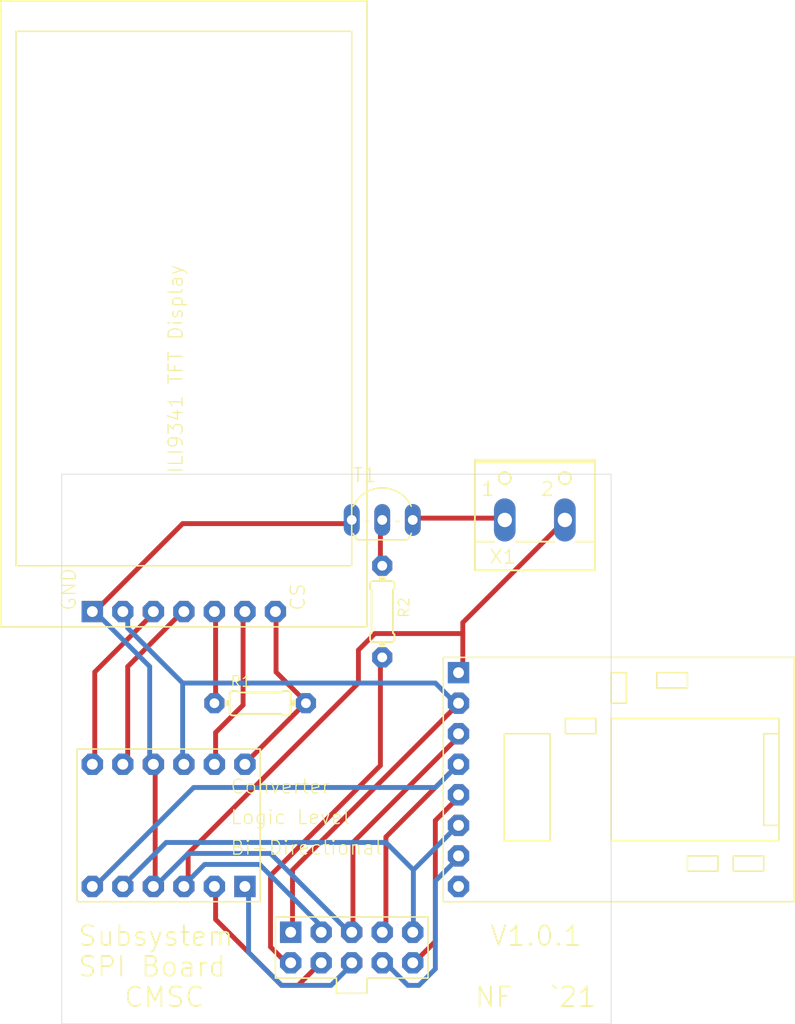
<source format=kicad_pcb>
(kicad_pcb (version 20240108) (generator "pcbnew") (generator_version "8.0")
  (layers (0 "F.Cu" signal) (31 "B.Cu" signal) (34 "B.Paste" user) (35 "F.Paste" user) (36 "B.SilkS" user "B.Silkscreen") (37 "F.SilkS" user "F.Silkscreen") (38 "B.Mask" user) (39 "F.Mask" user) (44 "Edge.Cuts" user))
  (net 0 "")
  (net 1 "N$1")
  (net 2 "GND")
  (net 3 "+5V")
  (net 4 "+3V3")
  (net 5 "TFT_RST")
  (net 6 "N$2")
  (net 7 "N$3")
  (net 8 "N$4")
  (net 9 "N$5")
  (net 10 "SCK")
  (net 11 "SDI")
  (net 12 "DC")
  (net 13 "TFT_CS")
  (net 14 "SDO")
  (net 15 "SD_CS")
  (net 16 "N$6")
  (net 17 "SPKR")
  (footprint "Main:TO92-EBC-OVAL_420" (layer "F.Cu") (at 152.3111 84.6836)
    (property "Reference" "T1" (at -2.54 -1.778 0) (layer "F.SilkS") (effects (font (size 1.1557 1.1557) (thickness 0.1143)) (justify left bottom)))
    (property "Value" "2N2222")
    (fp_line (start -2.095 2.921) (end 2.095 2.921) (stroke (width 0.127)) (layer "F.SilkS"))
    (fp_line (start -1.136 1.397) (end -1.404 1.397) (stroke (width 0.127)) (layer "F.SilkS"))
    (fp_line (start 1.404 1.397) (end 1.136 1.397) (stroke (width 0.127)) (layer "F.SilkS"))
    (fp_arc (start -2.413 0.1341) (mid 0 -1.39699) (end 2.413 0.1341) (stroke (width 0.127)) (layer "F.SilkS"))
    (fp_arc (start -2.095 2.921) (mid -2.268918 2.67252) (end -2.4135 2.4059) (stroke (width 0.127)) (layer "F.SilkS"))
    (fp_arc (start 2.4247 2.3818) (mid 2.275878 2.661201) (end 2.095 2.921) (stroke (width 0.127)) (layer "F.SilkS"))
    (pad "B" thru_hole oval (at 0 1.27 90) (size 2.6416 1.3208) (drill 0.8128) (layers "*.Cu" "*.Mask") (net 16 "N$6"))
    (pad "C" thru_hole oval (at 2.54 1.27 90) (size 2.6416 1.3208) (drill 0.8128) (layers "*.Cu" "*.Mask") (net 1 "N$1"))
    (pad "E" thru_hole oval (at -2.54 1.27 90) (size 2.6416 1.3208) (drill 0.8128) (layers "*.Cu" "*.Mask") (net 2 "GND"))
  )
  (footprint "Main:BI_DIRECTIONAL_LOGIC_LEVEL_CONVERTER" (layer "F.Cu") (at 134.5311 111.3536 180)
    (property "Reference" "U$2" (hide yes))
    (property "Value" "BI_DIRECTIONAL_LOGIC_LEVEL_CONVERTER" (hide yes))
    (fp_line (start 7.62 6.35) (end 7.62 -6.35) (stroke (width 0.127)) (layer "F.SilkS"))
    (fp_line (start 7.62 -6.35) (end -7.62 -6.35) (stroke (width 0.127)) (layer "F.SilkS"))
    (fp_line (start -7.62 6.35) (end 7.62 6.35) (stroke (width 0.127)) (layer "F.SilkS"))
    (fp_line (start -7.62 -6.35) (end -7.62 6.35) (stroke (width 0.127)) (layer "F.SilkS"))
    (fp_text user "Converter" (at -5.08 2.54 180) (layer "F.SilkS") (effects (font (size 1.1684 1.1684) (thickness 0.1016)) (justify left bottom)))
    (fp_text user "Logic Level" (at -5.08 0 180) (layer "F.SilkS") (effects (font (size 1.1684 1.1684) (thickness 0.1016)) (justify left bottom)))
    (fp_text user "Bi-Directional" (at -5.08 -2.54 180) (layer "F.SilkS") (effects (font (size 1.1684 1.1684) (thickness 0.1016)) (justify left bottom)))
    (pad "GND1" thru_hole roundrect (at 1.27 -5.08 180) (size 1.778 1.778) (drill 0.9) (layers "*.Cu" "*.Mask") (chamfer_ratio 0.2928932188) (chamfer top_left top_right bottom_left bottom_right) (net 2 "GND"))
    (pad "GND2" thru_hole roundrect (at 1.27 5.08 180) (size 1.778 1.778) (drill 0.9) (layers "*.Cu" "*.Mask") (chamfer_ratio 0.2928932188) (chamfer top_left top_right bottom_left bottom_right) (net 2 "GND"))
    (pad "HV" thru_hole roundrect (at -1.27 -5.08 180) (size 1.778 1.778) (drill 0.9) (layers "*.Cu" "*.Mask") (chamfer_ratio 0.2928932188) (chamfer top_left top_right bottom_left bottom_right) (net 3 "+5V"))
    (pad "HV1" thru_hole rect (at -6.35 -5.08 180) (size 1.778 1.778) (drill 0.9) (layers "*.Cu" "*.Mask") (net 13 "TFT_CS"))
    (pad "HV2" thru_hole roundrect (at -3.81 -5.08 180) (size 1.778 1.778) (drill 0.9) (layers "*.Cu" "*.Mask") (chamfer_ratio 0.2928932188) (chamfer top_left top_right bottom_left bottom_right) (net 12 "DC"))
    (pad "HV3" thru_hole roundrect (at 3.81 -5.08 180) (size 1.778 1.778) (drill 0.9) (layers "*.Cu" "*.Mask") (chamfer_ratio 0.2928932188) (chamfer top_left top_right bottom_left bottom_right) (net 11 "SDI"))
    (pad "HV4" thru_hole roundrect (at 6.35 -5.08 180) (size 1.778 1.778) (drill 0.9) (layers "*.Cu" "*.Mask") (chamfer_ratio 0.2928932188) (chamfer top_left top_right bottom_left bottom_right) (net 10 "SCK"))
    (pad "LV" thru_hole roundrect (at -1.27 5.08 180) (size 1.778 1.778) (drill 0.9) (layers "*.Cu" "*.Mask") (chamfer_ratio 0.2928932188) (chamfer top_left top_right bottom_left bottom_right) (net 4 "+3V3"))
    (pad "LV1" thru_hole roundrect (at -6.35 5.08 180) (size 1.778 1.778) (drill 0.9) (layers "*.Cu" "*.Mask") (chamfer_ratio 0.2928932188) (chamfer top_left top_right bottom_left bottom_right) (net 9 "N$5"))
    (pad "LV2" thru_hole roundrect (at -3.81 5.08 180) (size 1.778 1.778) (drill 0.9) (layers "*.Cu" "*.Mask") (chamfer_ratio 0.2928932188) (chamfer top_left top_right bottom_left bottom_right) (net 8 "N$4"))
    (pad "LV3" thru_hole roundrect (at 3.81 5.08 180) (size 1.778 1.778) (drill 0.9) (layers "*.Cu" "*.Mask") (chamfer_ratio 0.2928932188) (chamfer top_left top_right bottom_left bottom_right) (net 7 "N$3"))
    (pad "LV4" thru_hole roundrect (at 6.35 5.08 180) (size 1.778 1.778) (drill 0.9) (layers "*.Cu" "*.Mask") (chamfer_ratio 0.2928932188) (chamfer top_left top_right bottom_left bottom_right) (net 6 "N$2"))
  )
  (footprint "Main:SD_CARD_READER" (layer "F.Cu") (at 158.6611 107.5436 -90)
    (property "Reference" "U$3" (hide yes))
    (property "Value" "SD_CARD_READER" (hide yes))
    (fp_line (start -10.16 1.27) (end 10.16 1.27) (stroke (width 0.127)) (layer "F.SilkS"))
    (fp_line (start 10.16 1.27) (end 10.16 -27.94) (stroke (width 0.127)) (layer "F.SilkS"))
    (fp_line (start -3.81 -3.81) (end 5.08 -3.81) (stroke (width 0.127)) (layer "F.SilkS"))
    (fp_line (start 5.08 -3.81) (end 5.08 -7.62) (stroke (width 0.127)) (layer "F.SilkS"))
    (fp_line (start -3.81 -7.62) (end -3.81 -3.81) (stroke (width 0.127)) (layer "F.SilkS"))
    (fp_line (start 5.08 -7.62) (end -3.81 -7.62) (stroke (width 0.127)) (layer "F.SilkS"))
    (fp_line (start -5.08 -8.89) (end -3.81 -8.89) (stroke (width 0.127)) (layer "F.SilkS"))
    (fp_line (start -3.81 -8.89) (end -3.81 -11.43) (stroke (width 0.127)) (layer "F.SilkS"))
    (fp_line (start -5.08 -11.43) (end -5.08 -8.89) (stroke (width 0.127)) (layer "F.SilkS"))
    (fp_line (start -3.81 -11.43) (end -5.08 -11.43) (stroke (width 0.127)) (layer "F.SilkS"))
    (fp_line (start -8.89 -12.7) (end -6.35 -12.7) (stroke (width 0.127)) (layer "F.SilkS"))
    (fp_line (start -6.35 -12.7) (end -6.35 -13.97) (stroke (width 0.127)) (layer "F.SilkS"))
    (fp_line (start -5.08 -12.7) (end 5.08 -12.7) (stroke (width 0.127)) (layer "F.SilkS"))
    (fp_line (start 5.08 -12.7) (end 5.08 -26.67) (stroke (width 0.127)) (layer "F.SilkS"))
    (fp_line (start -8.89 -13.97) (end -8.89 -12.7) (stroke (width 0.127)) (layer "F.SilkS"))
    (fp_line (start -6.35 -13.97) (end -8.89 -13.97) (stroke (width 0.127)) (layer "F.SilkS"))
    (fp_line (start -8.89 -16.51) (end -8.89 -19.05) (stroke (width 0.127)) (layer "F.SilkS"))
    (fp_line (start -7.62 -16.51) (end -8.89 -16.51) (stroke (width 0.127)) (layer "F.SilkS"))
    (fp_line (start -8.89 -19.05) (end -7.62 -19.05) (stroke (width 0.127)) (layer "F.SilkS"))
    (fp_line (start -7.62 -19.05) (end -7.62 -16.51) (stroke (width 0.127)) (layer "F.SilkS"))
    (fp_line (start 6.35 -19.05) (end 7.62 -19.05) (stroke (width 0.127)) (layer "F.SilkS"))
    (fp_line (start 7.62 -19.05) (end 7.62 -21.59) (stroke (width 0.127)) (layer "F.SilkS"))
    (fp_line (start 6.35 -21.59) (end 6.35 -19.05) (stroke (width 0.127)) (layer "F.SilkS"))
    (fp_line (start 7.62 -21.59) (end 6.35 -21.59) (stroke (width 0.127)) (layer "F.SilkS"))
    (fp_line (start 6.35 -22.86) (end 6.35 -25.4) (stroke (width 0.127)) (layer "F.SilkS"))
    (fp_line (start 7.62 -22.86) (end 6.35 -22.86) (stroke (width 0.127)) (layer "F.SilkS"))
    (fp_line (start -3.81 -25.4) (end 3.81 -25.4) (stroke (width 0.127)) (layer "F.SilkS"))
    (fp_line (start 3.81 -25.4) (end 3.81 -26.67) (stroke (width 0.127)) (layer "F.SilkS"))
    (fp_line (start 6.35 -25.4) (end 7.62 -25.4) (stroke (width 0.127)) (layer "F.SilkS"))
    (fp_line (start 7.62 -25.4) (end 7.62 -22.86) (stroke (width 0.127)) (layer "F.SilkS"))
    (fp_line (start -5.08 -26.67) (end -5.08 -12.7) (stroke (width 0.127)) (layer "F.SilkS"))
    (fp_line (start -3.81 -26.67) (end -3.81 -25.4) (stroke (width 0.127)) (layer "F.SilkS"))
    (fp_line (start -3.81 -26.67) (end -5.08 -26.67) (stroke (width 0.127)) (layer "F.SilkS"))
    (fp_line (start 3.81 -26.67) (end -3.81 -26.67) (stroke (width 0.127)) (layer "F.SilkS"))
    (fp_line (start 5.08 -26.67) (end 3.81 -26.67) (stroke (width 0.127)) (layer "F.SilkS"))
    (fp_line (start -10.16 -27.94) (end -10.16 1.27) (stroke (width 0.127)) (layer "F.SilkS"))
    (fp_line (start 10.16 -27.94) (end -10.16 -27.94) (stroke (width 0.127)) (layer "F.SilkS"))
    (pad "3V" thru_hole roundrect (at -6.35 0 270) (size 1.778 1.778) (drill 0.9) (layers "*.Cu" "*.Mask") (chamfer_ratio 0.2928932188) (chamfer top_left top_right bottom_left bottom_right) (net 4 "+3V3"))
    (pad "5V" thru_hole rect (at -8.89 0 270) (size 1.778 1.778) (drill 0.9) (layers "*.Cu" "*.Mask") (net 3 "+5V"))
    (pad "CD" thru_hole roundrect (at 8.89 0 270) (size 1.778 1.778) (drill 0.9) (layers "*.Cu" "*.Mask") (chamfer_ratio 0.2928932188) (chamfer top_left top_right bottom_left bottom_right))
    (pad "CLK" thru_hole roundrect (at -1.27 0 270) (size 1.778 1.778) (drill 0.9) (layers "*.Cu" "*.Mask") (chamfer_ratio 0.2928932188) (chamfer top_left top_right bottom_left bottom_right) (net 10 "SCK"))
    (pad "CS" thru_hole roundrect (at 6.35 0 270) (size 1.778 1.778) (drill 0.9) (layers "*.Cu" "*.Mask") (chamfer_ratio 0.2928932188) (chamfer top_left top_right bottom_left bottom_right) (net 15 "SD_CS"))
    (pad "DI" thru_hole roundrect (at 3.81 0 270) (size 1.778 1.778) (drill 0.9) (layers "*.Cu" "*.Mask") (chamfer_ratio 0.2928932188) (chamfer top_left top_right bottom_left bottom_right) (net 11 "SDI"))
    (pad "DO" thru_hole roundrect (at 1.27 0 270) (size 1.778 1.778) (drill 0.9) (layers "*.Cu" "*.Mask") (chamfer_ratio 0.2928932188) (chamfer top_left top_right bottom_left bottom_right) (net 14 "SDO"))
    (pad "GND" thru_hole roundrect (at -3.81 0 270) (size 1.778 1.778) (drill 0.9) (layers "*.Cu" "*.Mask") (chamfer_ratio 0.2928932188) (chamfer top_left top_right bottom_left bottom_right) (net 2 "GND"))
  )
  (footprint "Main:W237-102_195" (layer "F.Cu") (at 165.0111 84.6836)
    (property "Reference" "X1" (at -3.8462 5.0038 0) (layer "F.SilkS") (effects (font (size 1.1557 1.1557) (thickness 0.1143)) (justify left bottom)))
    (property "Value" "")
    (fp_line (start -4.989 -3.531) (end -4.989 -3.734) (stroke (width 0.1524)) (layer "F.SilkS"))
    (fp_line (start -4.989 -3.531) (end 4.993 -3.531) (stroke (width 0.1524)) (layer "F.SilkS"))
    (fp_line (start -4.989 3.073) (end -4.989 -3.531) (stroke (width 0.1524)) (layer "F.SilkS"))
    (fp_line (start -4.989 3.073) (end -3.389 3.073) (stroke (width 0.1524)) (layer "F.SilkS"))
    (fp_line (start -4.989 5.461) (end -4.989 3.073) (stroke (width 0.1524)) (layer "F.SilkS"))
    (fp_line (start -4.989 5.461) (end 4.993 5.461) (stroke (width 0.1524)) (layer "F.SilkS"))
    (fp_line (start -1.611 3.073) (end 1.615 3.073) (stroke (width 0.1524)) (layer "F.SilkS"))
    (fp_line (start 3.393 3.073) (end 4.993 3.073) (stroke (width 0.1524)) (layer "F.SilkS"))
    (fp_line (start 4.993 -3.734) (end -4.989 -3.734) (stroke (width 0.1524)) (layer "F.SilkS"))
    (fp_line (start 4.993 -3.734) (end 4.993 -3.531) (stroke (width 0.1524)) (layer "F.SilkS"))
    (fp_line (start 4.993 -3.531) (end 4.993 3.073) (stroke (width 0.1524)) (layer "F.SilkS"))
    (fp_line (start 4.993 3.073) (end 4.993 5.461) (stroke (width 0.1524)) (layer "F.SilkS"))
    (fp_circle (center -2.5 -2.2098) (end -1.992 -2.2098) (stroke (width 0.1524)) (fill none) (layer "F.SilkS"))
    (fp_circle (center 2.5038 -2.2098) (end 3.0118 -2.2098) (stroke (width 0.1524)) (fill none) (layer "F.SilkS"))
    (fp_text user "2" (at 0.421 -0.635 0) (layer "F.SilkS") (effects (font (size 1.143 1.143) (thickness 0.127)) (justify left bottom)))
    (fp_text user "1" (at -4.532 -0.635 0) (layer "F.SilkS") (effects (font (size 1.143 1.143) (thickness 0.127)) (justify left bottom)))
    (pad "1" thru_hole oval (at -2.5 1.27 90) (size 3.5814 1.7907) (drill 1.1938) (layers "*.Cu" "*.Mask") (net 1 "N$1"))
    (pad "2" thru_hole oval (at 2.5 1.27 90) (size 3.5814 1.7907) (drill 1.1938) (layers "*.Cu" "*.Mask") (net 3 "+5V"))
  )
  (footprint "Main:0204_7_420" (layer "F.Cu") (at 152.3111 93.5736 -90)
    (property "Reference" "R2" (at -1.27 -1.2954 90) (layer "F.SilkS") (effects (font (size 0.885993 0.885993) (thickness 0.104607)) (justify right top)))
    (property "Value" "1kΩ")
    (fp_line (start -2.286 1.016) (end -1.905 1.016) (stroke (width 0.1524)) (layer "F.SilkS"))
    (fp_line (start 2.286 1.016) (end 1.905 1.016) (stroke (width 0.1524)) (layer "F.SilkS"))
    (fp_line (start -1.778 0.889) (end -1.905 1.016) (stroke (width 0.1524)) (layer "F.SilkS"))
    (fp_line (start 1.778 0.889) (end 1.905 1.016) (stroke (width 0.1524)) (layer "F.SilkS"))
    (fp_line (start 1.778 0.889) (end -1.778 0.889) (stroke (width 0.1524)) (layer "F.SilkS"))
    (fp_line (start -2.54 0.762) (end -2.54 -0.762) (stroke (width 0.1524)) (layer "F.SilkS"))
    (fp_line (start 2.54 0.762) (end 2.54 -0.762) (stroke (width 0.1524)) (layer "F.SilkS"))
    (fp_line (start -1.778 -0.889) (end -1.905 -1.016) (stroke (width 0.1524)) (layer "F.SilkS"))
    (fp_line (start 1.778 -0.889) (end -1.778 -0.889) (stroke (width 0.1524)) (layer "F.SilkS"))
    (fp_line (start 1.778 -0.889) (end 1.905 -1.016) (stroke (width 0.1524)) (layer "F.SilkS"))
    (fp_line (start -2.286 -1.016) (end -1.905 -1.016) (stroke (width 0.1524)) (layer "F.SilkS"))
    (fp_line (start 2.286 -1.016) (end 1.905 -1.016) (stroke (width 0.1524)) (layer "F.SilkS"))
    (fp_arc (start -2.286 1.016) (mid -2.465605 0.941605) (end -2.54 0.762) (stroke (width 0.1524)) (layer "F.SilkS"))
    (fp_arc (start 2.54 0.762) (mid 2.465605 0.941605) (end 2.286 1.016) (stroke (width 0.1524)) (layer "F.SilkS"))
    (fp_arc (start -2.54 -0.762) (mid -2.465605 -0.941605) (end -2.286 -1.016) (stroke (width 0.1524)) (layer "F.SilkS"))
    (fp_arc (start 2.286 -1.016) (mid 2.465605 -0.941605) (end 2.54 -0.762) (stroke (width 0.1524)) (layer "F.SilkS"))
    (fp_poly (pts (xy -2.921 0.254) (xy -2.54 0.254) (xy -2.54 -0.254) (xy -2.921 -0.254)) (fill solid) (layer "F.SilkS"))
    (fp_poly (pts (xy 2.54 0.254) (xy 2.921 0.254) (xy 2.921 -0.254) (xy 2.54 -0.254)) (fill solid) (layer "F.SilkS"))
    (pad "1" thru_hole roundrect (at -3.81 0 270) (size 1.6764 1.6764) (drill 0.8128) (layers "*.Cu" "*.Mask") (chamfer_ratio 0.2928932188) (chamfer top_left top_right bottom_left bottom_right) (net 16 "N$6"))
    (pad "2" thru_hole roundrect (at 3.81 0 270) (size 1.6764 1.6764) (drill 0.8128) (layers "*.Cu" "*.Mask") (chamfer_ratio 0.2928932188) (chamfer top_left top_right bottom_left bottom_right) (net 17 "SPKR"))
  )
  (footprint "Main:HEADER_RIBBON_CONNECTOR" (layer "F.Cu") (at 149.7711 121.5136)
    (property "Reference" "U$4" (hide yes))
    (property "Value" "HEADERRIBBON_CONNECTOR" (hide yes))
    (fp_line (start -6.35 -2.54) (end -6.35 2.54) (stroke (width 0.127)) (layer "F.SilkS"))
    (fp_line (start -6.35 2.54) (end -1.27 2.54) (stroke (width 0.127)) (layer "F.SilkS"))
    (fp_line (start -1.27 2.54) (end -1.27 3.81) (stroke (width 0.127)) (layer "F.SilkS"))
    (fp_line (start -1.27 3.81) (end 1.27 3.81) (stroke (width 0.127)) (layer "F.SilkS"))
    (fp_line (start 1.27 2.54) (end 6.35 2.54) (stroke (width 0.127)) (layer "F.SilkS"))
    (fp_line (start 1.27 3.81) (end 1.27 2.54) (stroke (width 0.127)) (layer "F.SilkS"))
    (fp_line (start 6.35 -2.54) (end -6.35 -2.54) (stroke (width 0.127)) (layer "F.SilkS"))
    (fp_line (start 6.35 2.54) (end 6.35 -2.54) (stroke (width 0.127)) (layer "F.SilkS"))
    (pad "3V3" thru_hole rect (at -5.08 -1.27) (size 1.778 1.778) (drill 0.9) (layers "*.Cu" "*.Mask") (net 4 "+3V3"))
    (pad "5V" thru_hole roundrect (at -2.54 -1.27) (size 1.778 1.778) (drill 0.9) (layers "*.Cu" "*.Mask") (chamfer_ratio 0.2928932188) (chamfer top_left top_right bottom_left bottom_right) (net 3 "+5V"))
    (pad "GND" thru_hole roundrect (at 0 -1.27) (size 1.778 1.778) (drill 0.9) (layers "*.Cu" "*.Mask") (chamfer_ratio 0.2928932188) (chamfer top_left top_right bottom_left bottom_right) (net 2 "GND"))
    (pad "MISO" thru_hole roundrect (at 5.08 1.27) (size 1.778 1.778) (drill 0.9) (layers "*.Cu" "*.Mask") (chamfer_ratio 0.2928932188) (chamfer top_left top_right bottom_left bottom_right) (net 14 "SDO"))
    (pad "MOSI" thru_hole roundrect (at 5.08 -1.27) (size 1.778 1.778) (drill 0.9) (layers "*.Cu" "*.Mask") (chamfer_ratio 0.2928932188) (chamfer top_left top_right bottom_left bottom_right) (net 11 "SDI"))
    (pad "SCK" thru_hole roundrect (at 2.54 -1.27) (size 1.778 1.778) (drill 0.9) (layers "*.Cu" "*.Mask") (chamfer_ratio 0.2928932188) (chamfer top_left top_right bottom_left bottom_right) (net 10 "SCK"))
    (pad "SD_CS" thru_hole roundrect (at 2.54 1.27) (size 1.778 1.778) (drill 0.9) (layers "*.Cu" "*.Mask") (chamfer_ratio 0.2928932188) (chamfer top_left top_right bottom_left bottom_right) (net 15 "SD_CS"))
    (pad "SPKR" thru_hole roundrect (at -5.08 1.27) (size 1.778 1.778) (drill 0.9) (layers "*.Cu" "*.Mask") (chamfer_ratio 0.2928932188) (chamfer top_left top_right bottom_left bottom_right) (net 17 "SPKR"))
    (pad "TFT_CS" thru_hole roundrect (at 0 1.27) (size 1.778 1.778) (drill 0.9) (layers "*.Cu" "*.Mask") (chamfer_ratio 0.2928932188) (chamfer top_left top_right bottom_left bottom_right) (net 13 "TFT_CS"))
    (pad "TFT_DC" thru_hole roundrect (at -2.54 1.27) (size 1.778 1.778) (drill 0.9) (layers "*.Cu" "*.Mask") (chamfer_ratio 0.2928932188) (chamfer top_left top_right bottom_left bottom_right) (net 12 "DC"))
  )
  (footprint "Main:ILI9341_FOOTPRINT" (layer "F.Cu") (at 135.8011 78.3336 90)
    (property "Reference" "U$1" (hide yes))
    (property "Value" "ILI9341" (hide yes))
    (fp_line (start 35.56 -15.24) (end -16.51 -15.24) (stroke (width 0.127)) (layer "F.SilkS"))
    (fp_line (start -16.51 -15.24) (end -16.51 15.24) (stroke (width 0.127)) (layer "F.SilkS"))
    (fp_line (start 33.02 -13.97) (end -11.43 -13.97) (stroke (width 0.127)) (layer "F.SilkS"))
    (fp_line (start -11.43 -13.97) (end -11.43 13.97) (stroke (width 0.127)) (layer "F.SilkS"))
    (fp_line (start 33.02 13.97) (end 33.02 -13.97) (stroke (width 0.127)) (layer "F.SilkS"))
    (fp_line (start -11.43 13.97) (end 33.02 13.97) (stroke (width 0.127)) (layer "F.SilkS"))
    (fp_line (start 35.56 15.24) (end 35.56 -15.24) (stroke (width 0.127)) (layer "F.SilkS"))
    (fp_line (start -16.51 15.24) (end 35.56 15.24) (stroke (width 0.127)) (layer "F.SilkS"))
    (fp_text user "GND" (at -15.24 -8.89 90) (layer "F.SilkS") (effects (font (size 1.1684 1.1684) (thickness 0.1016)) (justify left bottom)))
    (fp_text user "CS" (at -15.24 10.16 90) (layer "F.SilkS") (effects (font (size 1.1684 1.1684) (thickness 0.1016)) (justify left bottom)))
    (fp_text user "ILI9341 TFT Display" (at -3.81 0 90) (layer "F.SilkS") (effects (font (size 1.1684 1.1684) (thickness 0.1016)) (justify left bottom)))
    (pad "CS" thru_hole roundrect (at -15.24 7.62 90) (size 1.778 1.778) (drill 0.9) (layers "*.Cu" "*.Mask") (chamfer_ratio 0.2928932188) (chamfer top_left top_right bottom_left bottom_right) (net 9 "N$5"))
    (pad "DC" thru_hole roundrect (at -15.24 5.08 90) (size 1.778 1.778) (drill 0.9) (layers "*.Cu" "*.Mask") (chamfer_ratio 0.2928932188) (chamfer top_left top_right bottom_left bottom_right) (net 8 "N$4"))
    (pad "GND" thru_hole rect (at -15.24 -7.62 90) (size 1.778 1.778) (drill 0.9) (layers "*.Cu" "*.Mask") (net 2 "GND"))
    (pad "RST" thru_hole roundrect (at -15.24 2.54 90) (size 1.778 1.778) (drill 0.9) (layers "*.Cu" "*.Mask") (chamfer_ratio 0.2928932188) (chamfer top_left top_right bottom_left bottom_right) (net 5 "TFT_RST"))
    (pad "SCK" thru_hole roundrect (at -15.24 -2.54 90) (size 1.778 1.778) (drill 0.9) (layers "*.Cu" "*.Mask") (chamfer_ratio 0.2928932188) (chamfer top_left top_right bottom_left bottom_right) (net 6 "N$2"))
    (pad "SDA" thru_hole roundrect (at -15.24 0 90) (size 1.778 1.778) (drill 0.9) (layers "*.Cu" "*.Mask") (chamfer_ratio 0.2928932188) (chamfer top_left top_right bottom_left bottom_right) (net 7 "N$3"))
    (pad "VCC" thru_hole roundrect (at -15.24 -5.08 90) (size 1.778 1.778) (drill 0.9) (layers "*.Cu" "*.Mask") (chamfer_ratio 0.2928932188) (chamfer top_left top_right bottom_left bottom_right) (net 4 "+3V3"))
  )
  (footprint "Main:0204_7_420" (layer "F.Cu") (at 142.1511 101.1936)
    (property "Reference" "R1" (at -2.54 -1.2954 0) (layer "F.SilkS") (effects (font (size 0.885993 0.885993) (thickness 0.104607)) (justify left bottom)))
    (property "Value" "100kΩ")
    (fp_line (start -2.54 0.762) (end -2.54 -0.762) (stroke (width 0.1524)) (layer "F.SilkS"))
    (fp_line (start -2.286 -1.016) (end -1.905 -1.016) (stroke (width 0.1524)) (layer "F.SilkS"))
    (fp_line (start -2.286 1.016) (end -1.905 1.016) (stroke (width 0.1524)) (layer "F.SilkS"))
    (fp_line (start -1.778 -0.889) (end -1.905 -1.016) (stroke (width 0.1524)) (layer "F.SilkS"))
    (fp_line (start -1.778 0.889) (end -1.905 1.016) (stroke (width 0.1524)) (layer "F.SilkS"))
    (fp_line (start 1.778 -0.889) (end -1.778 -0.889) (stroke (width 0.1524)) (layer "F.SilkS"))
    (fp_line (start 1.778 -0.889) (end 1.905 -1.016) (stroke (width 0.1524)) (layer "F.SilkS"))
    (fp_line (start 1.778 0.889) (end -1.778 0.889) (stroke (width 0.1524)) (layer "F.SilkS"))
    (fp_line (start 1.778 0.889) (end 1.905 1.016) (stroke (width 0.1524)) (layer "F.SilkS"))
    (fp_line (start 2.286 -1.016) (end 1.905 -1.016) (stroke (width 0.1524)) (layer "F.SilkS"))
    (fp_line (start 2.286 1.016) (end 1.905 1.016) (stroke (width 0.1524)) (layer "F.SilkS"))
    (fp_line (start 2.54 0.762) (end 2.54 -0.762) (stroke (width 0.1524)) (layer "F.SilkS"))
    (fp_arc (start -2.54 -0.762) (mid -2.465605 -0.941605) (end -2.286 -1.016) (stroke (width 0.1524)) (layer "F.SilkS"))
    (fp_arc (start -2.286 1.016) (mid -2.465605 0.941605) (end -2.54 0.762) (stroke (width 0.1524)) (layer "F.SilkS"))
    (fp_arc (start 2.286 -1.016) (mid 2.465605 -0.941605) (end 2.54 -0.762) (stroke (width 0.1524)) (layer "F.SilkS"))
    (fp_arc (start 2.54 0.762) (mid 2.465605 0.941605) (end 2.286 1.016) (stroke (width 0.1524)) (layer "F.SilkS"))
    (fp_poly (pts (xy -2.921 0.254) (xy -2.54 0.254) (xy -2.54 -0.254) (xy -2.921 -0.254)) (fill solid) (layer "F.SilkS"))
    (fp_poly (pts (xy 2.54 0.254) (xy 2.921 0.254) (xy 2.921 -0.254) (xy 2.54 -0.254)) (fill solid) (layer "F.SilkS"))
    (pad "1" thru_hole roundrect (at -3.81 0) (size 1.6764 1.6764) (drill 0.8128) (layers "*.Cu" "*.Mask") (chamfer_ratio 0.2928932188) (chamfer top_left top_right bottom_left bottom_right) (net 5 "TFT_RST"))
    (pad "2" thru_hole roundrect (at 3.81 0) (size 1.6764 1.6764) (drill 0.8128) (layers "*.Cu" "*.Mask") (chamfer_ratio 0.2928932188) (chamfer top_left top_right bottom_left bottom_right) (net 9 "N$5"))
  )
  (gr_line (start 171.3611 82.1436) (end 125.6411 82.1436) (stroke (width 0.05)) (layer "Edge.Cuts"))
  (gr_line (start 125.6411 82.1436) (end 125.6411 127.8636) (stroke (width 0.05)) (layer "Edge.Cuts"))
  (gr_line (start 171.3611 127.8636) (end 171.3611 82.1436) (stroke (width 0.05)) (layer "Edge.Cuts"))
  (gr_line (start 125.6411 127.8636) (end 171.3611 127.8636) (stroke (width 0.05)) (layer "Edge.Cuts"))
  (gr_text "`21" (at 166.2811 126.5936 0) (layer "F.SilkS") (effects (font (size 1.63576 1.63576) (thickness 0.14224)) (justify left bottom)))
  (gr_text "V1.0.1" (at 161.2011 121.5136 0) (layer "F.SilkS") (effects (font (size 1.63576 1.63576) (thickness 0.14224)) (justify left bottom)))
  (gr_text "Subsystem" (at 126.9111 121.5136 0) (layer "F.SilkS") (effects (font (size 1.63576 1.63576) (thickness 0.14224)) (justify left bottom)))
  (gr_text "CMSC" (at 130.7211 126.5936 0) (layer "F.SilkS") (effects (font (size 1.63576 1.63576) (thickness 0.14224)) (justify left bottom)))
  (gr_text "SPI Board" (at 126.9111 124.0536 0) (layer "F.SilkS") (effects (font (size 1.63576 1.63576) (thickness 0.14224)) (justify left bottom)))
  (gr_text "NF" (at 159.9311 126.5936 0) (layer "F.SilkS") (effects (font (size 1.63576 1.63576) (thickness 0.14224)) (justify left bottom)))
  (segment (start 162.2171 85.8012) (end 162.5111 85.9536) (width 0.4064) (layer "F.Cu") (net 1))
  (segment (start 154.9019 85.8012) (end 154.8511 85.9536) (width 0.4064) (layer "F.Cu") (net 1))
  (segment (start 162.2171 85.8012) (end 154.9019 85.8012) (width 0.4064) (layer "F.Cu") (net 1))
  (segment (start 158.5595 104.0892) (end 158.6611 103.7336) (width 0.4064) (layer "F.Cu") (net 2))
  (segment (start 149.8727 120.0912) (end 149.7711 120.2436) (width 0.4064) (layer "F.Cu") (net 2))
  (segment (start 149.4155 86.2584) (end 149.7711 85.9536) (width 0.4064) (layer "F.Cu") (net 2))
  (segment (start 133.4135 116.4336) (end 133.2611 116.4336) (width 0.4064) (layer "F.Cu") (net 2))
  (segment (start 135.6995 86.2584) (end 149.4155 86.2584) (width 0.4064) (layer "F.Cu") (net 2))
  (segment (start 133.4135 106.3752) (end 133.2611 106.2736) (width 0.4064) (layer "F.Cu") (net 2))
  (segment (start 158.5595 104.0892) (end 149.8727 112.776) (width 0.4064) (layer "F.Cu") (net 2))
  (segment (start 128.3843 93.5736) (end 128.1811 93.5736) (width 0.4064) (layer "F.Cu") (net 2))
  (segment (start 128.3843 93.5736) (end 135.6995 86.2584) (width 0.4064) (layer "F.Cu") (net 2))
  (segment (start 149.8727 112.776) (end 149.8727 120.0912) (width 0.4064) (layer "F.Cu") (net 2))
  (segment (start 133.4135 106.3752) (end 133.4135 116.4336) (width 0.4064) (layer "F.Cu") (net 2))
  (segment (start 132.9563 98.1456) (end 132.9563 105.918) (width 0.4064) (layer "B.Cu") (net 2))
  (segment (start 128.3843 93.5736) (end 128.1811 93.5736) (width 0.4064) (layer "B.Cu") (net 2))
  (segment (start 132.9563 105.918) (end 133.2611 106.2736) (width 0.4064) (layer "B.Cu") (net 2))
  (segment (start 133.4135 116.4336) (end 133.2611 116.4336) (width 0.4064) (layer "B.Cu") (net 2))
  (segment (start 133.4135 116.4336) (end 136.1567 113.6904) (width 0.4064) (layer "B.Cu") (net 2))
  (segment (start 128.3843 93.5736) (end 132.9563 98.1456) (width 0.4064) (layer "B.Cu") (net 2))
  (segment (start 136.1567 113.6904) (end 143.0147 113.6904) (width 0.4064) (layer "B.Cu") (net 2))
  (segment (start 143.0147 113.6904) (end 149.4155 120.0912) (width 0.4064) (layer "B.Cu") (net 2))
  (segment (start 149.4155 120.0912) (end 149.7711 120.2436) (width 0.4064) (layer "B.Cu") (net 2))
  (segment (start 167.2463 86.2584) (end 167.5111 85.9536) (width 0.4064) (layer "F.Cu") (net 3))
  (segment (start 159.0167 98.6028) (end 158.6611 98.6536) (width 0.4064) (layer "F.Cu") (net 3))
  (segment (start 151.7015 95.4024) (end 150.3299 96.774) (width 0.4064) (layer "F.Cu") (net 3))
  (segment (start 167.2463 86.2584) (end 159.0167 94.488) (width 0.4064) (layer "F.Cu") (net 3))
  (segment (start 159.0167 95.4024) (end 151.7015 95.4024) (width 0.4064) (layer "F.Cu") (net 3))
  (segment (start 150.3299 96.774) (end 150.3299 99.5172) (width 0.4064) (layer "F.Cu") (net 3))
  (segment (start 136.1567 113.6904) (end 136.1567 116.4336) (width 0.4064) (layer "F.Cu") (net 3))
  (segment (start 159.0167 94.488) (end 159.0167 95.4024) (width 0.4064) (layer "F.Cu") (net 3))
  (segment (start 136.1567 116.4336) (end 135.8011 116.4336) (width 0.4064) (layer "F.Cu") (net 3))
  (segment (start 150.3299 99.5172) (end 136.1567 113.6904) (width 0.4064) (layer "F.Cu") (net 3))
  (segment (start 159.0167 95.4024) (end 159.0167 98.6028) (width 0.4064) (layer "F.Cu") (net 3))
  (segment (start 147.5867 120.0912) (end 142.1003 114.6048) (width 0.4064) (layer "B.Cu") (net 3))
  (segment (start 136.1567 115.9764) (end 136.1567 116.4336) (width 0.4064) (layer "B.Cu") (net 3))
  (segment (start 137.5283 114.6048) (end 136.1567 115.9764) (width 0.4064) (layer "B.Cu") (net 3))
  (segment (start 142.1003 114.6048) (end 137.5283 114.6048) (width 0.4064) (layer "B.Cu") (net 3))
  (segment (start 136.1567 116.4336) (end 135.8011 116.4336) (width 0.4064) (layer "B.Cu") (net 3))
  (segment (start 147.5867 120.0912) (end 147.2311 120.2436) (width 0.4064) (layer "B.Cu") (net 3))
  (segment (start 144.8435 120.0912) (end 144.6911 120.2436) (width 0.4064) (layer "F.Cu") (net 4))
  (segment (start 144.8435 115.062) (end 144.8435 120.0912) (width 0.4064) (layer "F.Cu") (net 4))
  (segment (start 158.5595 101.346) (end 158.6611 101.1936) (width 0.4064) (layer "F.Cu") (net 4))
  (segment (start 158.5595 101.346) (end 144.8435 115.062) (width 0.4064) (layer "F.Cu") (net 4))
  (segment (start 158.5595 101.346) (end 156.7307 99.5172) (width 0.4064) (layer "B.Cu") (net 4))
  (segment (start 158.5595 101.346) (end 158.6611 101.1936) (width 0.4064) (layer "B.Cu") (net 4))
  (segment (start 135.6995 105.918) (end 135.6995 99.5172) (width 0.4064) (layer "B.Cu") (net 4))
  (segment (start 156.7307 99.5172) (end 135.6995 99.5172) (width 0.4064) (layer "B.Cu") (net 4))
  (segment (start 131.1275 94.9452) (end 131.1275 93.5736) (width 0.4064) (layer "B.Cu") (net 4))
  (segment (start 135.6995 99.5172) (end 131.1275 94.9452) (width 0.4064) (layer "B.Cu") (net 4))
  (segment (start 135.6995 105.918) (end 135.8011 106.2736) (width 0.4064) (layer "B.Cu") (net 4))
  (segment (start 131.1275 93.5736) (end 130.7211 93.5736) (width 0.4064) (layer "B.Cu") (net 4))
  (segment (start 138.4427 100.8888) (end 138.3411 101.1936) (width 0.4064) (layer "F.Cu") (net 5))
  (segment (start 138.4427 93.5736) (end 138.4427 100.8888) (width 0.4064) (layer "F.Cu") (net 5))
  (segment (start 138.4427 93.5736) (end 138.3411 93.5736) (width 0.4064) (layer "F.Cu") (net 5))
  (segment (start 128.3843 105.918) (end 128.1811 106.2736) (width 0.4064) (layer "F.Cu") (net 6))
  (segment (start 133.4135 93.5736) (end 133.2611 93.5736) (width 0.4064) (layer "F.Cu") (net 6))
  (segment (start 133.4135 93.5736) (end 128.3843 98.6028) (width 0.4064) (layer "F.Cu") (net 6))
  (segment (start 128.3843 98.6028) (end 128.3843 105.918) (width 0.4064) (layer "F.Cu") (net 6))
  (segment (start 135.6995 93.5736) (end 135.8011 93.5736) (width 0.4064) (layer "F.Cu") (net 7))
  (segment (start 131.1275 98.1456) (end 131.1275 105.918) (width 0.4064) (layer "F.Cu") (net 7))
  (segment (start 135.6995 93.5736) (end 131.1275 98.1456) (width 0.4064) (layer "F.Cu") (net 7))
  (segment (start 131.1275 105.918) (end 130.7211 106.2736) (width 0.4064) (layer "F.Cu") (net 7))
  (segment (start 138.4427 103.632) (end 138.4427 105.918) (width 0.4064) (layer "F.Cu") (net 8))
  (segment (start 140.7287 93.5736) (end 140.7287 101.346) (width 0.4064) (layer "F.Cu") (net 8))
  (segment (start 138.4427 105.918) (end 138.3411 106.2736) (width 0.4064) (layer "F.Cu") (net 8))
  (segment (start 140.7287 93.5736) (end 140.8811 93.5736) (width 0.4064) (layer "F.Cu") (net 8))
  (segment (start 140.7287 101.346) (end 138.4427 103.632) (width 0.4064) (layer "F.Cu") (net 8))
  (segment (start 145.7579 100.8888) (end 143.4719 98.6028) (width 0.4064) (layer "F.Cu") (net 9))
  (segment (start 145.7579 101.346) (end 145.9611 101.1936) (width 0.4064) (layer "F.Cu") (net 9))
  (segment (start 143.4719 93.5736) (end 143.4211 93.5736) (width 0.4064) (layer "F.Cu") (net 9))
  (segment (start 143.4719 98.6028) (end 143.4719 93.5736) (width 0.4064) (layer "F.Cu") (net 9))
  (segment (start 141.1859 105.918) (end 145.7579 101.346) (width 0.4064) (layer "F.Cu") (net 9))
  (segment (start 141.1859 105.918) (end 140.8811 106.2736) (width 0.4064) (layer "F.Cu") (net 9))
  (segment (start 145.7579 100.8888) (end 145.9611 101.1936) (width 0.4064) (layer "F.Cu") (net 9))
  (segment (start 158.6611 106.2736) (end 152.6159 112.3188) (width 0.4064) (layer "F.Cu") (net 10))
  (segment (start 152.6159 120.0912) (end 152.3111 120.2436) (width 0.4064) (layer "F.Cu") (net 10))
  (segment (start 152.6159 112.3188) (end 152.6159 120.0912) (width 0.4064) (layer "F.Cu") (net 10))
  (segment (start 136.6139 108.204) (end 128.3843 116.4336) (width 0.4064) (layer "B.Cu") (net 10))
  (segment (start 156.7307 108.204) (end 136.6139 108.204) (width 0.4064) (layer "B.Cu") (net 10))
  (segment (start 128.3843 116.4336) (end 128.1811 116.4336) (width 0.4064) (layer "B.Cu") (net 10))
  (segment (start 158.6611 106.2736) (end 156.7307 108.204) (width 0.4064) (layer "B.Cu") (net 10))
  (segment (start 131.1275 115.9764) (end 131.1275 116.4336) (width 0.4064) (layer "B.Cu") (net 11))
  (segment (start 134.3279 112.776) (end 131.1275 115.9764) (width 0.4064) (layer "B.Cu") (net 11))
  (segment (start 154.9019 115.062) (end 152.6159 112.776) (width 0.4064) (layer "B.Cu") (net 11))
  (segment (start 158.5595 111.4044) (end 154.9019 115.062) (width 0.4064) (layer "B.Cu") (net 11))
  (segment (start 131.1275 116.4336) (end 130.7211 116.4336) (width 0.4064) (layer "B.Cu") (net 11))
  (segment (start 152.6159 112.776) (end 134.3279 112.776) (width 0.4064) (layer "B.Cu") (net 11))
  (segment (start 154.9019 120.0912) (end 154.8511 120.2436) (width 0.4064) (layer "B.Cu") (net 11))
  (segment (start 158.5595 111.4044) (end 158.6611 111.3536) (width 0.4064) (layer "B.Cu") (net 11))
  (segment (start 154.9019 115.062) (end 154.9019 120.0912) (width 0.4064) (layer "B.Cu") (net 11))
  (segment (start 145.3007 124.6632) (end 147.1295 122.8344) (width 0.4064) (layer "F.Cu") (net 12))
  (segment (start 138.4427 116.4336) (end 138.3411 116.4336) (width 0.4064) (layer "F.Cu") (net 12))
  (segment (start 143.9291 124.6632) (end 145.3007 124.6632) (width 0.4064) (layer "F.Cu") (net 12))
  (segment (start 138.4427 119.1768) (end 143.9291 124.6632) (width 0.4064) (layer "F.Cu") (net 12))
  (segment (start 147.1295 122.8344) (end 147.2311 122.7836) (width 0.4064) (layer "F.Cu") (net 12))
  (segment (start 138.4427 116.4336) (end 138.4427 119.1768) (width 0.4064) (layer "F.Cu") (net 12))
  (segment (start 143.9291 124.6632) (end 148.0439 124.6632) (width 0.4064) (layer "B.Cu") (net 13))
  (segment (start 149.4155 123.2916) (end 149.4155 122.8344) (width 0.4064) (layer "B.Cu") (net 13))
  (segment (start 148.0439 124.6632) (end 149.4155 123.2916) (width 0.4064) (layer "B.Cu") (net 13))
  (segment (start 149.4155 122.8344) (end 149.7711 122.7836) (width 0.4064) (layer "B.Cu") (net 13))
  (segment (start 141.1859 116.4336) (end 141.1859 121.92) (width 0.4064) (layer "B.Cu") (net 13))
  (segment (start 141.1859 116.4336) (end 140.8811 116.4336) (width 0.4064) (layer "B.Cu") (net 13))
  (segment (start 141.1859 121.92) (end 143.9291 124.6632) (width 0.4064) (layer "B.Cu") (net 13))
  (segment (start 156.7307 110.9472) (end 156.7307 121.0056) (width 0.4064) (layer "F.Cu") (net 14))
  (segment (start 154.9019 122.3772) (end 154.8511 122.7836) (width 0.4064) (layer "F.Cu") (net 14))
  (segment (start 155.3591 122.3772) (end 154.9019 122.3772) (width 0.4064) (layer "F.Cu") (net 14))
  (segment (start 158.5595 109.1184) (end 156.7307 110.9472) (width 0.4064) (layer "F.Cu") (net 14))
  (segment (start 156.7307 121.0056) (end 155.3591 122.3772) (width 0.4064) (layer "F.Cu") (net 14))
  (segment (start 158.5595 109.1184) (end 158.6611 108.8136) (width 0.4064) (layer "F.Cu") (net 14))
  (segment (start 154.4447 124.6632) (end 152.6159 122.8344) (width 0.4064) (layer "B.Cu") (net 15))
  (segment (start 155.3591 124.6632) (end 154.4447 124.6632) (width 0.4064) (layer "B.Cu") (net 15))
  (segment (start 152.6159 122.8344) (end 152.3111 122.7836) (width 0.4064) (layer "B.Cu") (net 15))
  (segment (start 158.5595 114.1476) (end 156.7307 115.9764) (width 0.4064) (layer "B.Cu") (net 15))
  (segment (start 158.5595 114.1476) (end 158.6611 113.8936) (width 0.4064) (layer "B.Cu") (net 15))
  (segment (start 156.7307 115.9764) (end 156.7307 123.2916) (width 0.4064) (layer "B.Cu") (net 15))
  (segment (start 156.7307 123.2916) (end 155.3591 124.6632) (width 0.4064) (layer "B.Cu") (net 15))
  (segment (start 152.1587 89.4588) (end 152.1587 86.2584) (width 0.4064) (layer "F.Cu") (net 16))
  (segment (start 152.1587 89.4588) (end 152.3111 89.7636) (width 0.4064) (layer "F.Cu") (net 16))
  (segment (start 152.1587 86.2584) (end 152.3111 85.9536) (width 0.4064) (layer "F.Cu") (net 16))
  (segment (start 143.0147 115.5192) (end 152.1587 106.3752) (width 0.4064) (layer "F.Cu") (net 17))
  (segment (start 152.1587 97.6884) (end 152.3111 97.3836) (width 0.4064) (layer "F.Cu") (net 17))
  (segment (start 144.3863 122.8344) (end 144.6911 122.7836) (width 0.4064) (layer "F.Cu") (net 17))
  (segment (start 152.1587 106.3752) (end 152.1587 97.6884) (width 0.4064) (layer "F.Cu") (net 17))
  (segment (start 144.3863 122.8344) (end 143.0147 121.4628) (width 0.4064) (layer "F.Cu") (net 17))
  (segment (start 143.0147 121.4628) (end 143.0147 115.5192) (width 0.4064) (layer "F.Cu") (net 17))
)
</source>
